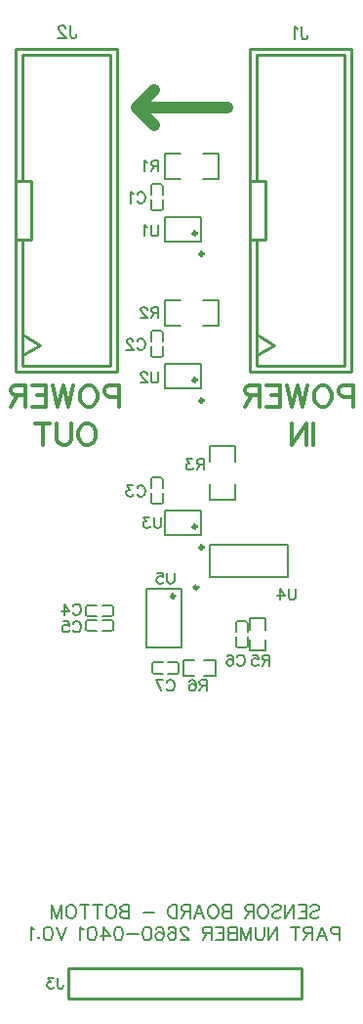
<source format=gbo>
G04 Layer: BottomSilkscreenLayer*
G04 EasyEDA v6.5.39, 2024-01-28 22:23:05*
G04 c3fe260546394cefa430cd682b94bf32,5a6b42c53f6a479593ecc07194224c93,10*
G04 Gerber Generator version 0.2*
G04 Scale: 100 percent, Rotated: No, Reflected: No *
G04 Dimensions in millimeters *
G04 leading zeros omitted , absolute positions ,4 integer and 5 decimal *
%FSLAX45Y45*%
%MOMM*%

%ADD10C,0.2032*%
%ADD11C,0.3000*%
%ADD12C,0.1524*%
%ADD13C,1.0000*%
%ADD14C,0.2540*%
%ADD15C,0.0106*%

%LPD*%
D10*
X3390900Y3702489D02*
G01*
X3390900Y3587945D01*
X3390900Y3702489D02*
G01*
X3341809Y3702489D01*
X3325446Y3697036D01*
X3319990Y3691582D01*
X3314537Y3680673D01*
X3314537Y3664308D01*
X3319990Y3653398D01*
X3325446Y3647945D01*
X3341809Y3642489D01*
X3390900Y3642489D01*
X3234900Y3702489D02*
G01*
X3278535Y3587945D01*
X3234900Y3702489D02*
G01*
X3191263Y3587945D01*
X3262172Y3626126D02*
G01*
X3207628Y3626126D01*
X3155264Y3702489D02*
G01*
X3155264Y3587945D01*
X3155264Y3702489D02*
G01*
X3106173Y3702489D01*
X3089810Y3697036D01*
X3084355Y3691582D01*
X3078901Y3680673D01*
X3078901Y3669764D01*
X3084355Y3658854D01*
X3089810Y3653398D01*
X3106173Y3647945D01*
X3155264Y3647945D01*
X3117082Y3647945D02*
G01*
X3078901Y3587945D01*
X3004718Y3702489D02*
G01*
X3004718Y3587945D01*
X3042899Y3702489D02*
G01*
X2966537Y3702489D01*
X2846537Y3702489D02*
G01*
X2846537Y3587945D01*
X2846537Y3702489D02*
G01*
X2770174Y3587945D01*
X2770174Y3702489D02*
G01*
X2770174Y3587945D01*
X2734172Y3702489D02*
G01*
X2734172Y3620673D01*
X2728719Y3604308D01*
X2717810Y3593398D01*
X2701447Y3587945D01*
X2690538Y3587945D01*
X2674172Y3593398D01*
X2663266Y3604308D01*
X2657810Y3620673D01*
X2657810Y3702489D01*
X2621810Y3702489D02*
G01*
X2621810Y3587945D01*
X2621810Y3702489D02*
G01*
X2578173Y3587945D01*
X2534538Y3702489D02*
G01*
X2578173Y3587945D01*
X2534538Y3702489D02*
G01*
X2534538Y3587945D01*
X2498537Y3702489D02*
G01*
X2498537Y3587945D01*
X2498537Y3702489D02*
G01*
X2449446Y3702489D01*
X2433083Y3697036D01*
X2427630Y3691582D01*
X2422174Y3680673D01*
X2422174Y3669764D01*
X2427630Y3658854D01*
X2433083Y3653398D01*
X2449446Y3647945D01*
X2498537Y3647945D02*
G01*
X2449446Y3647945D01*
X2433083Y3642489D01*
X2427630Y3637036D01*
X2422174Y3626126D01*
X2422174Y3609764D01*
X2427630Y3598854D01*
X2433083Y3593398D01*
X2449446Y3587945D01*
X2498537Y3587945D01*
X2386175Y3702489D02*
G01*
X2386175Y3587945D01*
X2386175Y3702489D02*
G01*
X2315265Y3702489D01*
X2386175Y3647945D02*
G01*
X2342537Y3647945D01*
X2386175Y3587945D02*
G01*
X2315265Y3587945D01*
X2279266Y3702489D02*
G01*
X2279266Y3587945D01*
X2279266Y3702489D02*
G01*
X2230175Y3702489D01*
X2213810Y3697036D01*
X2208357Y3691582D01*
X2202901Y3680673D01*
X2202901Y3669764D01*
X2208357Y3658854D01*
X2213810Y3653398D01*
X2230175Y3647945D01*
X2279266Y3647945D01*
X2241085Y3647945D02*
G01*
X2202901Y3587945D01*
X2077448Y3675217D02*
G01*
X2077448Y3680673D01*
X2071992Y3691582D01*
X2066538Y3697036D01*
X2055629Y3702489D01*
X2033811Y3702489D01*
X2022901Y3697036D01*
X2017448Y3691582D01*
X2011992Y3680673D01*
X2011992Y3669764D01*
X2017448Y3658854D01*
X2028357Y3642489D01*
X2082901Y3587945D01*
X2006539Y3587945D01*
X1905083Y3686126D02*
G01*
X1910539Y3697036D01*
X1926902Y3702489D01*
X1937811Y3702489D01*
X1954174Y3697036D01*
X1965083Y3680673D01*
X1970539Y3653398D01*
X1970539Y3626126D01*
X1965083Y3604308D01*
X1954174Y3593398D01*
X1937811Y3587945D01*
X1932358Y3587945D01*
X1915993Y3593398D01*
X1905083Y3604308D01*
X1899630Y3620673D01*
X1899630Y3626126D01*
X1905083Y3642489D01*
X1915993Y3653398D01*
X1932358Y3658854D01*
X1937811Y3658854D01*
X1954174Y3653398D01*
X1965083Y3642489D01*
X1970539Y3626126D01*
X1798175Y3686126D02*
G01*
X1803631Y3697036D01*
X1819993Y3702489D01*
X1830903Y3702489D01*
X1847265Y3697036D01*
X1858175Y3680673D01*
X1863631Y3653398D01*
X1863631Y3626126D01*
X1858175Y3604308D01*
X1847265Y3593398D01*
X1830903Y3587945D01*
X1825449Y3587945D01*
X1809084Y3593398D01*
X1798175Y3604308D01*
X1792721Y3620673D01*
X1792721Y3626126D01*
X1798175Y3642489D01*
X1809084Y3653398D01*
X1825449Y3658854D01*
X1830903Y3658854D01*
X1847265Y3653398D01*
X1858175Y3642489D01*
X1863631Y3626126D01*
X1723994Y3702489D02*
G01*
X1740357Y3697036D01*
X1751266Y3680673D01*
X1756722Y3653398D01*
X1756722Y3637036D01*
X1751266Y3609764D01*
X1740357Y3593398D01*
X1723994Y3587945D01*
X1713085Y3587945D01*
X1696722Y3593398D01*
X1685813Y3609764D01*
X1680357Y3637036D01*
X1680357Y3653398D01*
X1685813Y3680673D01*
X1696722Y3697036D01*
X1713085Y3702489D01*
X1723994Y3702489D01*
X1644357Y3637036D02*
G01*
X1546176Y3637036D01*
X1477449Y3702489D02*
G01*
X1493812Y3697036D01*
X1504721Y3680673D01*
X1510177Y3653398D01*
X1510177Y3637036D01*
X1504721Y3609764D01*
X1493812Y3593398D01*
X1477449Y3587945D01*
X1466540Y3587945D01*
X1450177Y3593398D01*
X1439268Y3609764D01*
X1433812Y3637036D01*
X1433812Y3653398D01*
X1439268Y3680673D01*
X1450177Y3697036D01*
X1466540Y3702489D01*
X1477449Y3702489D01*
X1343268Y3702489D02*
G01*
X1397812Y3626126D01*
X1315994Y3626126D01*
X1343268Y3702489D02*
G01*
X1343268Y3587945D01*
X1247266Y3702489D02*
G01*
X1263632Y3697036D01*
X1274541Y3680673D01*
X1279994Y3653398D01*
X1279994Y3637036D01*
X1274541Y3609764D01*
X1263632Y3593398D01*
X1247266Y3587945D01*
X1236357Y3587945D01*
X1219995Y3593398D01*
X1209085Y3609764D01*
X1203632Y3637036D01*
X1203632Y3653398D01*
X1209085Y3680673D01*
X1219995Y3697036D01*
X1236357Y3702489D01*
X1247266Y3702489D01*
X1167632Y3680673D02*
G01*
X1156723Y3686126D01*
X1140358Y3702489D01*
X1140358Y3587945D01*
X1020358Y3702489D02*
G01*
X976723Y3587945D01*
X933086Y3702489D02*
G01*
X976723Y3587945D01*
X864359Y3702489D02*
G01*
X880722Y3697036D01*
X891631Y3680673D01*
X897087Y3653398D01*
X897087Y3637036D01*
X891631Y3609764D01*
X880722Y3593398D01*
X864359Y3587945D01*
X853450Y3587945D01*
X837087Y3593398D01*
X826178Y3609764D01*
X820722Y3637036D01*
X820722Y3653398D01*
X826178Y3680673D01*
X837087Y3697036D01*
X853450Y3702489D01*
X864359Y3702489D01*
X779269Y3615217D02*
G01*
X784722Y3609764D01*
X779269Y3604308D01*
X773813Y3609764D01*
X779269Y3615217D01*
X737814Y3680673D02*
G01*
X726904Y3686126D01*
X710542Y3702489D01*
X710542Y3587945D01*
X3136737Y3876626D02*
G01*
X3147646Y3887536D01*
X3164009Y3892989D01*
X3185828Y3892989D01*
X3202190Y3887536D01*
X3213100Y3876626D01*
X3213100Y3865717D01*
X3207646Y3854808D01*
X3202190Y3849354D01*
X3191281Y3843898D01*
X3158553Y3832989D01*
X3147646Y3827536D01*
X3142190Y3822082D01*
X3136737Y3811173D01*
X3136737Y3794808D01*
X3147646Y3783898D01*
X3164009Y3778445D01*
X3185828Y3778445D01*
X3202190Y3783898D01*
X3213100Y3794808D01*
X3100735Y3892989D02*
G01*
X3100735Y3778445D01*
X3100735Y3892989D02*
G01*
X3029828Y3892989D01*
X3100735Y3838445D02*
G01*
X3057100Y3838445D01*
X3100735Y3778445D02*
G01*
X3029828Y3778445D01*
X2993826Y3892989D02*
G01*
X2993826Y3778445D01*
X2993826Y3892989D02*
G01*
X2917464Y3778445D01*
X2917464Y3892989D02*
G01*
X2917464Y3778445D01*
X2805099Y3876626D02*
G01*
X2816009Y3887536D01*
X2832374Y3892989D01*
X2854190Y3892989D01*
X2870555Y3887536D01*
X2881464Y3876626D01*
X2881464Y3865717D01*
X2876008Y3854808D01*
X2870555Y3849354D01*
X2859646Y3843898D01*
X2826918Y3832989D01*
X2816009Y3827536D01*
X2810555Y3822082D01*
X2805099Y3811173D01*
X2805099Y3794808D01*
X2816009Y3783898D01*
X2832374Y3778445D01*
X2854190Y3778445D01*
X2870555Y3783898D01*
X2881464Y3794808D01*
X2736372Y3892989D02*
G01*
X2747281Y3887536D01*
X2758191Y3876626D01*
X2763647Y3865717D01*
X2769100Y3849354D01*
X2769100Y3822082D01*
X2763647Y3805717D01*
X2758191Y3794808D01*
X2747281Y3783898D01*
X2736372Y3778445D01*
X2714556Y3778445D01*
X2703647Y3783898D01*
X2692737Y3794808D01*
X2687281Y3805717D01*
X2681828Y3822082D01*
X2681828Y3849354D01*
X2687281Y3865717D01*
X2692737Y3876626D01*
X2703647Y3887536D01*
X2714556Y3892989D01*
X2736372Y3892989D01*
X2645829Y3892989D02*
G01*
X2645829Y3778445D01*
X2645829Y3892989D02*
G01*
X2596738Y3892989D01*
X2580373Y3887536D01*
X2574919Y3882082D01*
X2569463Y3871173D01*
X2569463Y3860264D01*
X2574919Y3849354D01*
X2580373Y3843898D01*
X2596738Y3838445D01*
X2645829Y3838445D01*
X2607647Y3838445D02*
G01*
X2569463Y3778445D01*
X2449464Y3892989D02*
G01*
X2449464Y3778445D01*
X2449464Y3892989D02*
G01*
X2400373Y3892989D01*
X2384010Y3887536D01*
X2378555Y3882082D01*
X2373101Y3871173D01*
X2373101Y3860264D01*
X2378555Y3849354D01*
X2384010Y3843898D01*
X2400373Y3838445D01*
X2449464Y3838445D02*
G01*
X2400373Y3838445D01*
X2384010Y3832989D01*
X2378555Y3827536D01*
X2373101Y3816626D01*
X2373101Y3800264D01*
X2378555Y3789354D01*
X2384010Y3783898D01*
X2400373Y3778445D01*
X2449464Y3778445D01*
X2304374Y3892989D02*
G01*
X2315283Y3887536D01*
X2326192Y3876626D01*
X2331646Y3865717D01*
X2337102Y3849354D01*
X2337102Y3822082D01*
X2331646Y3805717D01*
X2326192Y3794808D01*
X2315283Y3783898D01*
X2304374Y3778445D01*
X2282555Y3778445D01*
X2271646Y3783898D01*
X2260737Y3794808D01*
X2255283Y3805717D01*
X2249830Y3822082D01*
X2249830Y3849354D01*
X2255283Y3865717D01*
X2260737Y3876626D01*
X2271646Y3887536D01*
X2282555Y3892989D01*
X2304374Y3892989D01*
X2170193Y3892989D02*
G01*
X2213828Y3778445D01*
X2170193Y3892989D02*
G01*
X2126556Y3778445D01*
X2197465Y3816626D02*
G01*
X2142919Y3816626D01*
X2090557Y3892989D02*
G01*
X2090557Y3778445D01*
X2090557Y3892989D02*
G01*
X2041466Y3892989D01*
X2025101Y3887536D01*
X2019647Y3882082D01*
X2014192Y3871173D01*
X2014192Y3860264D01*
X2019647Y3849354D01*
X2025101Y3843898D01*
X2041466Y3838445D01*
X2090557Y3838445D01*
X2052375Y3838445D02*
G01*
X2014192Y3778445D01*
X1978192Y3892989D02*
G01*
X1978192Y3778445D01*
X1978192Y3892989D02*
G01*
X1940011Y3892989D01*
X1923648Y3887536D01*
X1912739Y3876626D01*
X1907283Y3865717D01*
X1901830Y3849354D01*
X1901830Y3822082D01*
X1907283Y3805717D01*
X1912739Y3794808D01*
X1923648Y3783898D01*
X1940011Y3778445D01*
X1978192Y3778445D01*
X1781830Y3827536D02*
G01*
X1683649Y3827536D01*
X1563649Y3892989D02*
G01*
X1563649Y3778445D01*
X1563649Y3892989D02*
G01*
X1514558Y3892989D01*
X1498193Y3887536D01*
X1492740Y3882082D01*
X1487284Y3871173D01*
X1487284Y3860264D01*
X1492740Y3849354D01*
X1498193Y3843898D01*
X1514558Y3838445D01*
X1563649Y3838445D02*
G01*
X1514558Y3838445D01*
X1498193Y3832989D01*
X1492740Y3827536D01*
X1487284Y3816626D01*
X1487284Y3800264D01*
X1492740Y3789354D01*
X1498193Y3783898D01*
X1514558Y3778445D01*
X1563649Y3778445D01*
X1418556Y3892989D02*
G01*
X1429466Y3887536D01*
X1440375Y3876626D01*
X1445831Y3865717D01*
X1451284Y3849354D01*
X1451284Y3822082D01*
X1445831Y3805717D01*
X1440375Y3794808D01*
X1429466Y3783898D01*
X1418556Y3778445D01*
X1396740Y3778445D01*
X1385831Y3783898D01*
X1374922Y3794808D01*
X1369466Y3805717D01*
X1364013Y3822082D01*
X1364013Y3849354D01*
X1369466Y3865717D01*
X1374922Y3876626D01*
X1385831Y3887536D01*
X1396740Y3892989D01*
X1418556Y3892989D01*
X1289832Y3892989D02*
G01*
X1289832Y3778445D01*
X1328013Y3892989D02*
G01*
X1251648Y3892989D01*
X1177467Y3892989D02*
G01*
X1177467Y3778445D01*
X1215649Y3892989D02*
G01*
X1139286Y3892989D01*
X1070559Y3892989D02*
G01*
X1081468Y3887536D01*
X1092377Y3876626D01*
X1097831Y3865717D01*
X1103287Y3849354D01*
X1103287Y3822082D01*
X1097831Y3805717D01*
X1092377Y3794808D01*
X1081468Y3783898D01*
X1070559Y3778445D01*
X1048740Y3778445D01*
X1037831Y3783898D01*
X1026922Y3794808D01*
X1021468Y3805717D01*
X1016012Y3822082D01*
X1016012Y3849354D01*
X1021468Y3865717D01*
X1026922Y3876626D01*
X1037831Y3887536D01*
X1048740Y3892989D01*
X1070559Y3892989D01*
X980013Y3892989D02*
G01*
X980013Y3778445D01*
X980013Y3892989D02*
G01*
X936376Y3778445D01*
X892741Y3892989D02*
G01*
X936376Y3778445D01*
X892741Y3892989D02*
G01*
X892741Y3778445D01*
D11*
X1473200Y8393318D02*
G01*
X1473200Y8202409D01*
X1473200Y8393318D02*
G01*
X1391381Y8393318D01*
X1364109Y8384227D01*
X1355018Y8375136D01*
X1345928Y8356953D01*
X1345928Y8329681D01*
X1355018Y8311499D01*
X1364109Y8302409D01*
X1391381Y8293318D01*
X1473200Y8293318D01*
X1231381Y8393318D02*
G01*
X1249563Y8384227D01*
X1267747Y8366046D01*
X1276837Y8347862D01*
X1285928Y8320590D01*
X1285928Y8275137D01*
X1276837Y8247862D01*
X1267747Y8229681D01*
X1249563Y8211499D01*
X1231381Y8202409D01*
X1195019Y8202409D01*
X1176837Y8211499D01*
X1158654Y8229681D01*
X1149563Y8247862D01*
X1140472Y8275137D01*
X1140472Y8320590D01*
X1149563Y8347862D01*
X1158654Y8366046D01*
X1176837Y8384227D01*
X1195019Y8393318D01*
X1231381Y8393318D01*
X1080472Y8393318D02*
G01*
X1035019Y8202409D01*
X989563Y8393318D02*
G01*
X1035019Y8202409D01*
X989563Y8393318D02*
G01*
X944110Y8202409D01*
X898654Y8393318D02*
G01*
X944110Y8202409D01*
X838654Y8393318D02*
G01*
X838654Y8202409D01*
X838654Y8393318D02*
G01*
X720473Y8393318D01*
X838654Y8302409D02*
G01*
X765929Y8302409D01*
X838654Y8202409D02*
G01*
X720473Y8202409D01*
X660473Y8393318D02*
G01*
X660473Y8202409D01*
X660473Y8393318D02*
G01*
X578655Y8393318D01*
X551383Y8384227D01*
X542292Y8375136D01*
X533201Y8356953D01*
X533201Y8338771D01*
X542292Y8320590D01*
X551383Y8311499D01*
X578655Y8302409D01*
X660473Y8302409D01*
X596839Y8302409D02*
G01*
X533201Y8202409D01*
X1215453Y8063118D02*
G01*
X1233637Y8054027D01*
X1251818Y8035846D01*
X1260909Y8017662D01*
X1270000Y7990390D01*
X1270000Y7944937D01*
X1260909Y7917662D01*
X1251818Y7899481D01*
X1233637Y7881299D01*
X1215453Y7872209D01*
X1179090Y7872209D01*
X1160909Y7881299D01*
X1142728Y7899481D01*
X1133637Y7917662D01*
X1124546Y7944937D01*
X1124546Y7990390D01*
X1133637Y8017662D01*
X1142728Y8035846D01*
X1160909Y8054027D01*
X1179090Y8063118D01*
X1215453Y8063118D01*
X1064547Y8063118D02*
G01*
X1064547Y7926753D01*
X1055453Y7899481D01*
X1037272Y7881299D01*
X1010000Y7872209D01*
X991819Y7872209D01*
X964547Y7881299D01*
X946363Y7899481D01*
X937272Y7926753D01*
X937272Y8063118D01*
X813638Y8063118D02*
G01*
X813638Y7872209D01*
X877272Y8063118D02*
G01*
X750001Y8063118D01*
X3162300Y8063118D02*
G01*
X3162300Y7872209D01*
X3102300Y8063118D02*
G01*
X3102300Y7872209D01*
X3102300Y8063118D02*
G01*
X2975028Y7872209D01*
X2975028Y8063118D02*
G01*
X2975028Y7872209D01*
X3505200Y8393318D02*
G01*
X3505200Y8202409D01*
X3505200Y8393318D02*
G01*
X3423381Y8393318D01*
X3396109Y8384227D01*
X3387018Y8375136D01*
X3377928Y8356953D01*
X3377928Y8329681D01*
X3387018Y8311499D01*
X3396109Y8302409D01*
X3423381Y8293318D01*
X3505200Y8293318D01*
X3263381Y8393318D02*
G01*
X3281563Y8384227D01*
X3299747Y8366046D01*
X3308837Y8347862D01*
X3317928Y8320590D01*
X3317928Y8275137D01*
X3308837Y8247862D01*
X3299747Y8229681D01*
X3281563Y8211499D01*
X3263381Y8202409D01*
X3227019Y8202409D01*
X3208837Y8211499D01*
X3190654Y8229681D01*
X3181563Y8247862D01*
X3172472Y8275137D01*
X3172472Y8320590D01*
X3181563Y8347862D01*
X3190654Y8366046D01*
X3208837Y8384227D01*
X3227019Y8393318D01*
X3263381Y8393318D01*
X3112472Y8393318D02*
G01*
X3067019Y8202409D01*
X3021563Y8393318D02*
G01*
X3067019Y8202409D01*
X3021563Y8393318D02*
G01*
X2976110Y8202409D01*
X2930654Y8393318D02*
G01*
X2976110Y8202409D01*
X2870654Y8393318D02*
G01*
X2870654Y8202409D01*
X2870654Y8393318D02*
G01*
X2752473Y8393318D01*
X2870654Y8302409D02*
G01*
X2797929Y8302409D01*
X2870654Y8202409D02*
G01*
X2752473Y8202409D01*
X2692473Y8393318D02*
G01*
X2692473Y8202409D01*
X2692473Y8393318D02*
G01*
X2610655Y8393318D01*
X2583383Y8384227D01*
X2574292Y8375136D01*
X2565201Y8356953D01*
X2565201Y8338771D01*
X2574292Y8320590D01*
X2583383Y8311499D01*
X2610655Y8302409D01*
X2692473Y8302409D01*
X2628839Y8302409D02*
G01*
X2565201Y8202409D01*
D12*
X945146Y3263209D02*
G01*
X945146Y3190481D01*
X949690Y3176846D01*
X954237Y3172299D01*
X963328Y3167753D01*
X972418Y3167753D01*
X981509Y3172299D01*
X986053Y3176846D01*
X990600Y3190481D01*
X990600Y3199571D01*
X906053Y3263209D02*
G01*
X856053Y3263209D01*
X883328Y3226846D01*
X869690Y3226846D01*
X860600Y3222299D01*
X856053Y3217753D01*
X851509Y3204118D01*
X851509Y3195027D01*
X856053Y3181390D01*
X865146Y3172299D01*
X878781Y3167753D01*
X892418Y3167753D01*
X906053Y3172299D01*
X910600Y3176846D01*
X915146Y3185937D01*
X1887618Y5818581D02*
G01*
X1892162Y5827671D01*
X1901253Y5836762D01*
X1910346Y5841309D01*
X1928528Y5841309D01*
X1937618Y5836762D01*
X1946709Y5827671D01*
X1951253Y5818581D01*
X1955800Y5804946D01*
X1955800Y5782218D01*
X1951253Y5768581D01*
X1946709Y5759490D01*
X1937618Y5750399D01*
X1928528Y5745853D01*
X1910346Y5745853D01*
X1901253Y5750399D01*
X1892162Y5759490D01*
X1887618Y5768581D01*
X1793981Y5841309D02*
G01*
X1839437Y5745853D01*
X1857618Y5841309D02*
G01*
X1793981Y5841309D01*
X2497218Y6034481D02*
G01*
X2501762Y6043571D01*
X2510853Y6052662D01*
X2519946Y6057209D01*
X2538128Y6057209D01*
X2547218Y6052662D01*
X2556309Y6043571D01*
X2560853Y6034481D01*
X2565400Y6020846D01*
X2565400Y5998118D01*
X2560853Y5984481D01*
X2556309Y5975390D01*
X2547218Y5966299D01*
X2538128Y5961753D01*
X2519946Y5961753D01*
X2510853Y5966299D01*
X2501762Y5975390D01*
X2497218Y5984481D01*
X2412672Y6043571D02*
G01*
X2417218Y6052662D01*
X2430853Y6057209D01*
X2439946Y6057209D01*
X2453581Y6052662D01*
X2462672Y6039027D01*
X2467218Y6016299D01*
X2467218Y5993571D01*
X2462672Y5975390D01*
X2453581Y5966299D01*
X2439946Y5961753D01*
X2435400Y5961753D01*
X2421763Y5966299D01*
X2412672Y5975390D01*
X2408128Y5989027D01*
X2408128Y5993571D01*
X2412672Y6007209D01*
X2421763Y6016299D01*
X2435400Y6020846D01*
X2439946Y6020846D01*
X2453581Y6016299D01*
X2462672Y6007209D01*
X2467218Y5993571D01*
X1074869Y6474155D02*
G01*
X1079413Y6483245D01*
X1088504Y6492336D01*
X1097597Y6496883D01*
X1115778Y6496883D01*
X1124869Y6492336D01*
X1133960Y6483245D01*
X1138504Y6474155D01*
X1143050Y6460520D01*
X1143050Y6437792D01*
X1138504Y6424155D01*
X1133960Y6415064D01*
X1124869Y6405973D01*
X1115778Y6401427D01*
X1097597Y6401427D01*
X1088504Y6405973D01*
X1079413Y6415064D01*
X1074869Y6424155D01*
X999413Y6496883D02*
G01*
X1044869Y6433245D01*
X976688Y6433245D01*
X999413Y6496883D02*
G01*
X999413Y6401427D01*
X1074818Y6326581D02*
G01*
X1079362Y6335671D01*
X1088453Y6344762D01*
X1097546Y6349309D01*
X1115728Y6349309D01*
X1124818Y6344762D01*
X1133909Y6335671D01*
X1138453Y6326581D01*
X1143000Y6312946D01*
X1143000Y6290218D01*
X1138453Y6276581D01*
X1133909Y6267490D01*
X1124818Y6258399D01*
X1115728Y6253853D01*
X1097546Y6253853D01*
X1088453Y6258399D01*
X1079362Y6267490D01*
X1074818Y6276581D01*
X990272Y6349309D02*
G01*
X1035728Y6349309D01*
X1040272Y6308399D01*
X1035728Y6312946D01*
X1022090Y6317490D01*
X1008453Y6317490D01*
X994818Y6312946D01*
X985728Y6303853D01*
X981181Y6290218D01*
X981181Y6281127D01*
X985728Y6267490D01*
X994818Y6258399D01*
X1008453Y6253853D01*
X1022090Y6253853D01*
X1035728Y6258399D01*
X1040272Y6262946D01*
X1044818Y6272037D01*
X1841500Y7251009D02*
G01*
X1841500Y7182827D01*
X1836953Y7169190D01*
X1827862Y7160099D01*
X1814228Y7155553D01*
X1805137Y7155553D01*
X1791500Y7160099D01*
X1782409Y7169190D01*
X1777862Y7182827D01*
X1777862Y7251009D01*
X1738772Y7251009D02*
G01*
X1688772Y7251009D01*
X1716046Y7214646D01*
X1702409Y7214646D01*
X1693318Y7210099D01*
X1688772Y7205553D01*
X1684228Y7191918D01*
X1684228Y7182827D01*
X1688772Y7169190D01*
X1697863Y7160099D01*
X1711500Y7155553D01*
X1725137Y7155553D01*
X1738772Y7160099D01*
X1743318Y7164646D01*
X1747862Y7173737D01*
X2214372Y7754183D02*
G01*
X2214372Y7658727D01*
X2214372Y7754183D02*
G01*
X2173462Y7754183D01*
X2159825Y7749636D01*
X2155281Y7745092D01*
X2150734Y7736001D01*
X2150734Y7726911D01*
X2155281Y7717820D01*
X2159825Y7713273D01*
X2173462Y7708727D01*
X2214372Y7708727D01*
X2182553Y7708727D02*
G01*
X2150734Y7658727D01*
X2111644Y7754183D02*
G01*
X2061644Y7754183D01*
X2088918Y7717820D01*
X2075281Y7717820D01*
X2066190Y7713273D01*
X2061644Y7708727D01*
X2057100Y7695092D01*
X2057100Y7686001D01*
X2061644Y7672364D01*
X2070734Y7663273D01*
X2084372Y7658727D01*
X2098009Y7658727D01*
X2111644Y7663273D01*
X2116190Y7667820D01*
X2120734Y7676911D01*
X1816100Y9778309D02*
G01*
X1816100Y9710127D01*
X1811553Y9696490D01*
X1802462Y9687399D01*
X1788828Y9682853D01*
X1779737Y9682853D01*
X1766100Y9687399D01*
X1757009Y9696490D01*
X1752462Y9710127D01*
X1752462Y9778309D01*
X1722462Y9760127D02*
G01*
X1713372Y9764671D01*
X1699737Y9778309D01*
X1699737Y9682853D01*
X1816100Y10337109D02*
G01*
X1816100Y10241653D01*
X1816100Y10337109D02*
G01*
X1775190Y10337109D01*
X1761553Y10332562D01*
X1757009Y10328018D01*
X1752462Y10318927D01*
X1752462Y10309837D01*
X1757009Y10300746D01*
X1761553Y10296199D01*
X1775190Y10291653D01*
X1816100Y10291653D01*
X1784281Y10291653D02*
G01*
X1752462Y10241653D01*
X1722462Y10318927D02*
G01*
X1713372Y10323471D01*
X1699737Y10337109D01*
X1699737Y10241653D01*
X1816100Y9067109D02*
G01*
X1816100Y8971653D01*
X1816100Y9067109D02*
G01*
X1775190Y9067109D01*
X1761553Y9062562D01*
X1757009Y9058018D01*
X1752462Y9048927D01*
X1752462Y9039837D01*
X1757009Y9030746D01*
X1761553Y9026199D01*
X1775190Y9021653D01*
X1816100Y9021653D01*
X1784281Y9021653D02*
G01*
X1752462Y8971653D01*
X1717918Y9044381D02*
G01*
X1717918Y9048927D01*
X1713372Y9058018D01*
X1708828Y9062562D01*
X1699737Y9067109D01*
X1681553Y9067109D01*
X1672463Y9062562D01*
X1667918Y9058018D01*
X1663372Y9048927D01*
X1663372Y9039837D01*
X1667918Y9030746D01*
X1677009Y9017109D01*
X1722462Y8971653D01*
X1658828Y8971653D01*
X1816100Y8508309D02*
G01*
X1816100Y8440127D01*
X1811553Y8426490D01*
X1802462Y8417399D01*
X1788828Y8412853D01*
X1779737Y8412853D01*
X1766100Y8417399D01*
X1757009Y8426490D01*
X1752462Y8440127D01*
X1752462Y8508309D01*
X1717918Y8485581D02*
G01*
X1717918Y8490127D01*
X1713372Y8499218D01*
X1708828Y8503762D01*
X1699737Y8508309D01*
X1681553Y8508309D01*
X1672463Y8503762D01*
X1667918Y8499218D01*
X1663372Y8490127D01*
X1663372Y8481037D01*
X1667918Y8471946D01*
X1677009Y8458309D01*
X1722462Y8412853D01*
X1658828Y8412853D01*
X1052944Y11507238D02*
G01*
X1052944Y11424112D01*
X1058141Y11408524D01*
X1063335Y11403329D01*
X1073726Y11398135D01*
X1084117Y11398135D01*
X1094508Y11403329D01*
X1099705Y11408524D01*
X1104900Y11424112D01*
X1104900Y11434503D01*
X1013459Y11481262D02*
G01*
X1013459Y11486456D01*
X1008265Y11496847D01*
X1003068Y11502044D01*
X992677Y11507238D01*
X971895Y11507238D01*
X961504Y11502044D01*
X956309Y11496847D01*
X951115Y11486456D01*
X951115Y11476065D01*
X956309Y11465674D01*
X966701Y11450088D01*
X1018654Y11398135D01*
X945918Y11398135D01*
X3059544Y11494538D02*
G01*
X3059544Y11411412D01*
X3064741Y11395824D01*
X3069935Y11390629D01*
X3080326Y11385435D01*
X3090717Y11385435D01*
X3101108Y11390629D01*
X3106305Y11395824D01*
X3111500Y11411412D01*
X3111500Y11421803D01*
X3025254Y11473756D02*
G01*
X3014865Y11478953D01*
X2999277Y11494538D01*
X2999277Y11385435D01*
X3009366Y6631934D02*
G01*
X3009366Y6563753D01*
X3004820Y6550116D01*
X2995729Y6541025D01*
X2982094Y6536479D01*
X2973003Y6536479D01*
X2959366Y6541025D01*
X2950276Y6550116D01*
X2945729Y6563753D01*
X2945729Y6631934D01*
X2870276Y6631934D02*
G01*
X2915729Y6568297D01*
X2847548Y6568297D01*
X2870276Y6631934D02*
G01*
X2870276Y6536479D01*
X2781300Y6057137D02*
G01*
X2781300Y5961634D01*
X2781300Y6057137D02*
G01*
X2740406Y6057137D01*
X2726690Y6052565D01*
X2722118Y6047994D01*
X2717545Y6039104D01*
X2717545Y6029960D01*
X2722118Y6020815D01*
X2726690Y6016244D01*
X2740406Y6011671D01*
X2781300Y6011671D01*
X2749550Y6011671D02*
G01*
X2717545Y5961634D01*
X2633218Y6057137D02*
G01*
X2678684Y6057137D01*
X2683002Y6016244D01*
X2678684Y6020815D01*
X2664968Y6025387D01*
X2651252Y6025387D01*
X2637790Y6020815D01*
X2628645Y6011671D01*
X2624074Y5998210D01*
X2624074Y5989065D01*
X2628645Y5975350D01*
X2637790Y5966205D01*
X2651252Y5961634D01*
X2664968Y5961634D01*
X2678684Y5966205D01*
X2683002Y5970778D01*
X2687574Y5979921D01*
X2235200Y5841237D02*
G01*
X2235200Y5745734D01*
X2235200Y5841237D02*
G01*
X2194306Y5841237D01*
X2180590Y5836665D01*
X2176018Y5832094D01*
X2171445Y5823204D01*
X2171445Y5814060D01*
X2176018Y5804915D01*
X2180590Y5800344D01*
X2194306Y5795771D01*
X2235200Y5795771D01*
X2203450Y5795771D02*
G01*
X2171445Y5745734D01*
X2087118Y5827776D02*
G01*
X2091690Y5836665D01*
X2105152Y5841237D01*
X2114295Y5841237D01*
X2128011Y5836665D01*
X2136902Y5823204D01*
X2141474Y5800344D01*
X2141474Y5777737D01*
X2136902Y5759450D01*
X2128011Y5750305D01*
X2114295Y5745734D01*
X2109724Y5745734D01*
X2096008Y5750305D01*
X2087118Y5759450D01*
X2082545Y5773165D01*
X2082545Y5777737D01*
X2087118Y5791200D01*
X2096008Y5800344D01*
X2109724Y5804915D01*
X2114295Y5804915D01*
X2128011Y5800344D01*
X2136902Y5791200D01*
X2141474Y5777737D01*
X1632958Y7502245D02*
G01*
X1637502Y7511336D01*
X1646593Y7520426D01*
X1655686Y7524973D01*
X1673867Y7524973D01*
X1682958Y7520426D01*
X1692048Y7511336D01*
X1696593Y7502245D01*
X1701139Y7488610D01*
X1701139Y7465882D01*
X1696593Y7452245D01*
X1692048Y7443155D01*
X1682958Y7434064D01*
X1673867Y7429517D01*
X1655686Y7429517D01*
X1646593Y7434064D01*
X1637502Y7443155D01*
X1632958Y7452245D01*
X1593867Y7524973D02*
G01*
X1543867Y7524973D01*
X1571139Y7488610D01*
X1557502Y7488610D01*
X1548411Y7484064D01*
X1543867Y7479517D01*
X1539321Y7465882D01*
X1539321Y7456792D01*
X1543867Y7443155D01*
X1552958Y7434064D01*
X1566593Y7429517D01*
X1580230Y7429517D01*
X1593867Y7434064D01*
X1598411Y7438610D01*
X1602958Y7447701D01*
X1632958Y10042245D02*
G01*
X1637502Y10051336D01*
X1646593Y10060426D01*
X1655686Y10064973D01*
X1673867Y10064973D01*
X1682958Y10060426D01*
X1692048Y10051336D01*
X1696593Y10042245D01*
X1701139Y10028610D01*
X1701139Y10005882D01*
X1696593Y9992245D01*
X1692048Y9983155D01*
X1682958Y9974064D01*
X1673867Y9969517D01*
X1655686Y9969517D01*
X1646593Y9974064D01*
X1637502Y9983155D01*
X1632958Y9992245D01*
X1602958Y10046792D02*
G01*
X1593867Y10051336D01*
X1580230Y10064973D01*
X1580230Y9969517D01*
X1632958Y8772245D02*
G01*
X1637502Y8781336D01*
X1646593Y8790426D01*
X1655686Y8794973D01*
X1673867Y8794973D01*
X1682958Y8790426D01*
X1692048Y8781336D01*
X1696593Y8772245D01*
X1701139Y8758610D01*
X1701139Y8735882D01*
X1696593Y8722245D01*
X1692048Y8713155D01*
X1682958Y8704064D01*
X1673867Y8699517D01*
X1655686Y8699517D01*
X1646593Y8704064D01*
X1637502Y8713155D01*
X1632958Y8722245D01*
X1598411Y8772245D02*
G01*
X1598411Y8776792D01*
X1593867Y8785882D01*
X1589321Y8790426D01*
X1580230Y8794973D01*
X1562049Y8794973D01*
X1552958Y8790426D01*
X1548411Y8785882D01*
X1543867Y8776792D01*
X1543867Y8767701D01*
X1548411Y8758610D01*
X1557502Y8744973D01*
X1602958Y8699517D01*
X1539321Y8699517D01*
X1955800Y6768409D02*
G01*
X1955800Y6700227D01*
X1951253Y6686590D01*
X1942162Y6677499D01*
X1928528Y6672953D01*
X1919437Y6672953D01*
X1905800Y6677499D01*
X1896709Y6686590D01*
X1892162Y6700227D01*
X1892162Y6768409D01*
X1807618Y6768409D02*
G01*
X1853072Y6768409D01*
X1857618Y6727499D01*
X1853072Y6732046D01*
X1839437Y6736590D01*
X1825800Y6736590D01*
X1812163Y6732046D01*
X1803072Y6722953D01*
X1798528Y6709318D01*
X1798528Y6700227D01*
X1803072Y6686590D01*
X1812163Y6677499D01*
X1825800Y6672953D01*
X1839437Y6672953D01*
X1853072Y6677499D01*
X1857618Y6682046D01*
X1862162Y6691137D01*
D13*
X1625600Y10795000D02*
G01*
X1778000Y10642600D01*
X1625600Y10795000D02*
G01*
X1778000Y10947400D01*
X2413000Y10795000D02*
G01*
X1625600Y10795000D01*
D12*
X1981230Y5893739D02*
G01*
X1902221Y5893739D01*
X1902221Y5993460D02*
G01*
X1981230Y5993460D01*
X1996470Y5978220D02*
G01*
X1996470Y5908979D01*
X1777969Y5893739D02*
G01*
X1856978Y5893739D01*
X1856978Y5993460D02*
G01*
X1777969Y5993460D01*
X1762729Y5978220D02*
G01*
X1762729Y5908979D01*
X2589860Y6337330D02*
G01*
X2589860Y6258321D01*
X2490139Y6258321D02*
G01*
X2490139Y6337330D01*
X2505379Y6352570D02*
G01*
X2574620Y6352570D01*
X2589860Y6134069D02*
G01*
X2589860Y6213078D01*
X2490139Y6213078D02*
G01*
X2490139Y6134069D01*
X2505379Y6118829D02*
G01*
X2574620Y6118829D01*
X1409730Y6389039D02*
G01*
X1330721Y6389039D01*
X1330721Y6488760D02*
G01*
X1409730Y6488760D01*
X1424970Y6473520D02*
G01*
X1424970Y6404279D01*
X1206469Y6389039D02*
G01*
X1285478Y6389039D01*
X1285478Y6488760D02*
G01*
X1206469Y6488760D01*
X1191229Y6473520D02*
G01*
X1191229Y6404279D01*
X1409730Y6262039D02*
G01*
X1330721Y6262039D01*
X1330721Y6361760D02*
G01*
X1409730Y6361760D01*
X1424970Y6346520D02*
G01*
X1424970Y6277279D01*
X1206469Y6262039D02*
G01*
X1285478Y6262039D01*
X1285478Y6361760D02*
G01*
X1206469Y6361760D01*
X1191229Y6346520D02*
G01*
X1191229Y6277279D01*
X2189619Y7093760D02*
G01*
X2189619Y7308039D01*
X1874380Y7308039D01*
X1874380Y7093760D01*
X2189619Y7093760D01*
X2482809Y7537579D02*
G01*
X2482809Y7401587D01*
X2266990Y7401587D01*
X2266990Y7537579D01*
X2482809Y7727820D02*
G01*
X2482809Y7863812D01*
X2266990Y7863812D01*
X2266990Y7727820D01*
X2189619Y9633760D02*
G01*
X2189619Y9848039D01*
X1874380Y9848039D01*
X1874380Y9633760D01*
X2189619Y9633760D01*
X2013079Y10179090D02*
G01*
X1877087Y10179090D01*
X1877087Y10394909D01*
X2013079Y10394909D01*
X2203320Y10179090D02*
G01*
X2339312Y10179090D01*
X2339312Y10394909D01*
X2203320Y10394909D01*
X2013079Y8909090D02*
G01*
X1877087Y8909090D01*
X1877087Y9124909D01*
X2013079Y9124909D01*
X2203320Y8909090D02*
G01*
X2339312Y8909090D01*
X2339312Y9124909D01*
X2203320Y9124909D01*
X2189619Y8363760D02*
G01*
X2189619Y8578039D01*
X1874380Y8578039D01*
X1874380Y8363760D01*
X2189619Y8363760D01*
D14*
X1455999Y8510005D02*
G01*
X1455999Y11301996D01*
X1455999Y11301994D02*
G01*
X576000Y11301996D01*
X576000Y11301996D02*
G01*
X576000Y8510005D01*
X576000Y8510005D02*
G01*
X1455999Y8510005D01*
X584200Y9652000D02*
G01*
X711200Y9652000D01*
X711200Y10160000D01*
X584200Y10160000D01*
X635000Y8559800D02*
G01*
X1397000Y8559800D01*
X1397000Y11252200D01*
X635000Y11252200D01*
X635000Y10160000D01*
X635000Y9652000D02*
G01*
X635000Y8559800D01*
X633872Y8653023D02*
G01*
X787400Y8737600D01*
X633872Y8830823D01*
X3487999Y8510005D02*
G01*
X3487999Y11301996D01*
X3487999Y11301994D02*
G01*
X2608000Y11301996D01*
X2608000Y11301996D02*
G01*
X2608000Y8510005D01*
X2608000Y8510005D02*
G01*
X3487999Y8510005D01*
X2616200Y9652000D02*
G01*
X2743200Y9652000D01*
X2743200Y10160000D01*
X2616200Y10160000D01*
X2667000Y8559800D02*
G01*
X3429000Y8559800D01*
X3429000Y11252200D01*
X2667000Y11252200D01*
X2667000Y10160000D01*
X2667000Y9652000D02*
G01*
X2667000Y8559800D01*
X2665872Y8653023D02*
G01*
X2819400Y8737600D01*
X2665872Y8830823D01*
D12*
X2263378Y6731060D02*
G01*
X2943621Y6731060D01*
X2943621Y7010339D01*
X2263378Y7010339D01*
X2263378Y6731060D01*
X2745760Y6193078D02*
G01*
X2745760Y6097191D01*
X2613639Y6097191D01*
X2613639Y6193078D01*
X2745760Y6278321D02*
G01*
X2745760Y6374208D01*
X2613639Y6374208D01*
X2613639Y6278321D01*
X2214321Y6009660D02*
G01*
X2310208Y6009660D01*
X2310208Y5877539D01*
X2214321Y5877539D01*
X2129078Y6009660D02*
G01*
X2033191Y6009660D01*
X2033191Y5877539D01*
X2129078Y5877539D01*
X1753539Y7502923D02*
G01*
X1753539Y7581930D01*
X1853260Y7581930D02*
G01*
X1853257Y7502921D01*
X1768782Y7597170D02*
G01*
X1838020Y7597167D01*
X1853260Y7378669D02*
G01*
X1853260Y7457676D01*
X1753542Y7457678D02*
G01*
X1753539Y7378669D01*
X1768779Y7363432D02*
G01*
X1838017Y7363429D01*
X1753539Y10042923D02*
G01*
X1753539Y10121930D01*
X1853260Y10121930D02*
G01*
X1853257Y10042921D01*
X1768782Y10137170D02*
G01*
X1838020Y10137167D01*
X1853260Y9918669D02*
G01*
X1853260Y9997676D01*
X1753542Y9997678D02*
G01*
X1753539Y9918669D01*
X1768779Y9903432D02*
G01*
X1838017Y9903429D01*
X1753539Y8772923D02*
G01*
X1753539Y8851930D01*
X1853260Y8851930D02*
G01*
X1853257Y8772921D01*
X1768782Y8867170D02*
G01*
X1838020Y8867167D01*
X1853260Y8648669D02*
G01*
X1853260Y8727676D01*
X1753542Y8727678D02*
G01*
X1753539Y8648669D01*
X1768779Y8633432D02*
G01*
X1838017Y8633429D01*
X2019040Y6628020D02*
G01*
X1714759Y6628020D01*
X1714759Y6122779D01*
X2019040Y6122779D01*
X2019040Y6628020D01*
G75*
G01*
X1981230Y5993460D02*
G02*
X1996470Y5978220I0J-15240D01*
G75*
G01*
X1996470Y5908980D02*
G02*
X1981230Y5893740I-15240J0D01*
G75*
G01*
X1777970Y5993460D02*
G03*
X1762730Y5978220I0J-15240D01*
G75*
G01*
X1762730Y5908980D02*
G03*
X1777970Y5893740I15240J0D01*
G75*
G01*
X2490140Y6337330D02*
G02*
X2505380Y6352570I15240J0D01*
G75*
G01*
X2574620Y6352570D02*
G02*
X2589860Y6337330I0J-15240D01*
G75*
G01*
X2490140Y6134070D02*
G03*
X2505380Y6118830I15240J0D01*
G75*
G01*
X2574620Y6118830D02*
G03*
X2589860Y6134070I0J15240D01*
G75*
G01*
X1409730Y6488760D02*
G02*
X1424970Y6473520I0J-15240D01*
G75*
G01*
X1424970Y6404280D02*
G02*
X1409730Y6389040I-15240J0D01*
G75*
G01*
X1206470Y6488760D02*
G03*
X1191230Y6473520I0J-15240D01*
G75*
G01*
X1191230Y6404280D02*
G03*
X1206470Y6389040I15240J0D01*
G75*
G01*
X1409730Y6361760D02*
G02*
X1424970Y6346520I0J-15240D01*
G75*
G01*
X1424970Y6277280D02*
G02*
X1409730Y6262040I-15240J0D01*
G75*
G01*
X1206470Y6361760D02*
G03*
X1191230Y6346520I0J-15240D01*
G75*
G01*
X1191230Y6277280D02*
G03*
X1206470Y6262040I15240J0D01*
G75*
G01*
X1753540Y7581930D02*
G02*
X1768782Y7597170I15240J0D01*
G75*
G01*
X1838020Y7597168D02*
G02*
X1853260Y7581930I0J-15240D01*
G75*
G01*
X1753540Y7378670D02*
G03*
X1768780Y7363432I15240J2D01*
G75*
G01*
X1838018Y7363430D02*
G03*
X1853260Y7378670I2J15240D01*
G75*
G01*
X1753540Y10121930D02*
G02*
X1768782Y10137170I15240J0D01*
G75*
G01*
X1838020Y10137168D02*
G02*
X1853260Y10121930I0J-15240D01*
G75*
G01*
X1753540Y9918670D02*
G03*
X1768780Y9903432I15240J2D01*
G75*
G01*
X1838018Y9903430D02*
G03*
X1853260Y9918670I2J15240D01*
G75*
G01*
X1753540Y8851930D02*
G02*
X1768782Y8867170I15240J0D01*
G75*
G01*
X1838020Y8867168D02*
G02*
X1853260Y8851930I0J-15240D01*
G75*
G01*
X1753540Y8648670D02*
G03*
X1768780Y8633432I15240J2D01*
G75*
G01*
X1838018Y8633430D02*
G03*
X1853260Y8648670I2J15240D01*
D11*
G75*
G01
X2147011Y7168998D02*
G03X2147011Y7168998I-15011J0D01*
G75*
G01
X2206244Y6989902D02*
G03X2206244Y6989902I-15011J0D01*
G75*
G01
X2147011Y9708998D02*
G03X2147011Y9708998I-15011J0D01*
G75*
G01
X2206244Y9529902D02*
G03X2206244Y9529902I-15011J0D01*
G75*
G01
X2147011Y8438998D02*
G03X2147011Y8438998I-15011J0D01*
G75*
G01
X2206244Y8259902D02*
G03X2206244Y8259902I-15011J0D01*
G75*
G01
X1958823Y6565900D02*
G03X1958823Y6565900I-15011J0D01*
G75*
G01
X2159152Y6640551D02*
G03X2159152Y6640551I-15011J0D01*
D14*
X1035050Y3346450D02*
G01*
X3060700Y3346450D01*
X3060700Y3086100D01*
X1035050Y3086100D01*
X1035050Y3346450D01*
M02*

</source>
